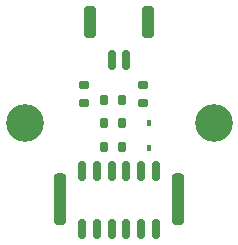
<source format=gbr>
%TF.GenerationSoftware,KiCad,Pcbnew,(5.99.0-11535-gf6cac49802)*%
%TF.CreationDate,2021-07-27T22:48:24-05:00*%
%TF.ProjectId,MT6816CT encoder breakout,4d543638-3136-4435-9420-656e636f6465,rev?*%
%TF.SameCoordinates,Original*%
%TF.FileFunction,Soldermask,Top*%
%TF.FilePolarity,Negative*%
%FSLAX46Y46*%
G04 Gerber Fmt 4.6, Leading zero omitted, Abs format (unit mm)*
G04 Created by KiCad (PCBNEW (5.99.0-11535-gf6cac49802)) date 2021-07-27 22:48:24*
%MOMM*%
%LPD*%
G01*
G04 APERTURE LIST*
G04 Aperture macros list*
%AMRoundRect*
0 Rectangle with rounded corners*
0 $1 Rounding radius*
0 $2 $3 $4 $5 $6 $7 $8 $9 X,Y pos of 4 corners*
0 Add a 4 corners polygon primitive as box body*
4,1,4,$2,$3,$4,$5,$6,$7,$8,$9,$2,$3,0*
0 Add four circle primitives for the rounded corners*
1,1,$1+$1,$2,$3*
1,1,$1+$1,$4,$5*
1,1,$1+$1,$6,$7*
1,1,$1+$1,$8,$9*
0 Add four rect primitives between the rounded corners*
20,1,$1+$1,$2,$3,$4,$5,0*
20,1,$1+$1,$4,$5,$6,$7,0*
20,1,$1+$1,$6,$7,$8,$9,0*
20,1,$1+$1,$8,$9,$2,$3,0*%
G04 Aperture macros list end*
%ADD10RoundRect,0.150000X-0.150000X-0.700000X0.150000X-0.700000X0.150000X0.700000X-0.150000X0.700000X0*%
%ADD11RoundRect,0.250000X-0.250000X-1.100000X0.250000X-1.100000X0.250000X1.100000X-0.250000X1.100000X0*%
%ADD12RoundRect,0.150000X-0.300000X0.150000X-0.300000X-0.150000X0.300000X-0.150000X0.300000X0.150000X0*%
%ADD13RoundRect,0.150000X-0.150000X-0.300000X0.150000X-0.300000X0.150000X0.300000X-0.150000X0.300000X0*%
%ADD14C,3.200000*%
%ADD15RoundRect,0.250000X-0.250000X-1.150000X0.250000X-1.150000X0.250000X1.150000X-0.250000X1.150000X0*%
%ADD16RoundRect,0.150000X0.150000X0.700000X-0.150000X0.700000X-0.150000X-0.700000X0.150000X-0.700000X0*%
%ADD17RoundRect,0.250000X0.250000X1.100000X-0.250000X1.100000X-0.250000X-1.100000X0.250000X-1.100000X0*%
%ADD18RoundRect,0.150000X0.300000X-0.150000X0.300000X0.150000X-0.300000X0.150000X-0.300000X-0.150000X0*%
%ADD19R,0.450000X0.600000*%
%ADD20RoundRect,0.150000X0.150000X0.300000X-0.150000X0.300000X-0.150000X-0.300000X0.150000X-0.300000X0*%
G04 APERTURE END LIST*
D10*
%TO.C,J3*%
X135375000Y-87050000D03*
X136625000Y-87050000D03*
X137875000Y-87050000D03*
X139125000Y-87050000D03*
X140375000Y-87050000D03*
X141625000Y-87050000D03*
D11*
X133525000Y-90250000D03*
X143475000Y-90250000D03*
%TD*%
D12*
%TO.C,R1*%
X135500000Y-81250000D03*
X135500000Y-79750000D03*
%TD*%
D13*
%TO.C,R2*%
X137250000Y-85000000D03*
X138750000Y-85000000D03*
%TD*%
D14*
%TO.C,H2*%
X146500000Y-83000000D03*
%TD*%
D10*
%TO.C,J2*%
X135375000Y-91950000D03*
X136625000Y-91950000D03*
X137875000Y-91950000D03*
X139125000Y-91950000D03*
X140375000Y-91950000D03*
X141625000Y-91950000D03*
D15*
X143475000Y-88600000D03*
X133525000Y-88600000D03*
%TD*%
D14*
%TO.C,H1*%
X130500000Y-83000000D03*
%TD*%
D16*
%TO.C,J1*%
X139125000Y-77600000D03*
X137875000Y-77600000D03*
D17*
X140975000Y-74400000D03*
X136025000Y-74400000D03*
%TD*%
D18*
%TO.C,D1*%
X140500000Y-81250000D03*
X140500000Y-79750000D03*
%TD*%
D19*
%TO.C,D2*%
X141000000Y-85050000D03*
X141000000Y-82950000D03*
%TD*%
D20*
%TO.C,C1*%
X138750000Y-81000000D03*
X137250000Y-81000000D03*
%TD*%
%TO.C,C2*%
X138750000Y-83000000D03*
X137250000Y-83000000D03*
%TD*%
M02*

</source>
